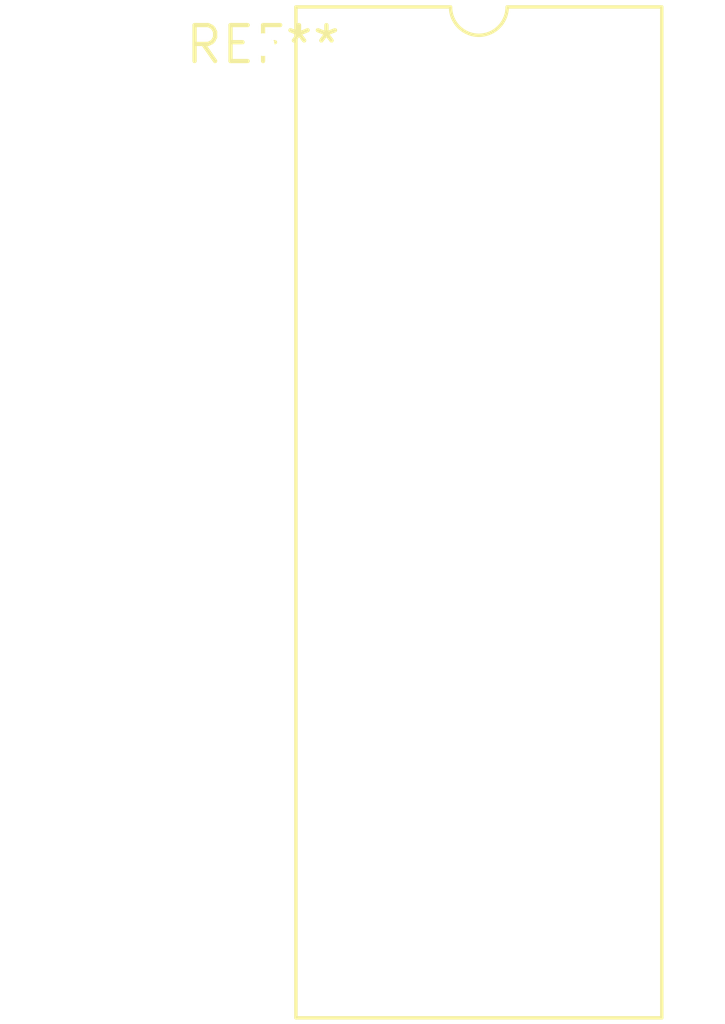
<source format=kicad_pcb>
(kicad_pcb (version 20240108) (generator pcbnew)
  (layers (0 "F.Cu" signal) (31 "B.Cu" signal) (34 "B.Paste" user) (35 "F.Paste" user) (36 "B.SilkS" user "B.Silkscreen") (37 "F.SilkS" user "F.Silkscreen") (38 "B.Mask" user) (39 "F.Mask" user) (44 "Edge.Cuts" user))
  (net 0 "")
  (footprint "DIP-28_W15.24mm" (layer "F.Cu") (at 0 0)
    (property "Reference" "REF**")
    (property "Value" "DIP-28_W15.24mm")
    (fp_line (start 1.16 -1.33) (end 1.16 34.35) (layer "F.SilkS") (stroke (width 0.12)))
    (fp_line (start 1.16 34.35) (end 14.08 34.35) (layer "F.SilkS") (stroke (width 0.12)))
    (fp_line (start 6.62 -1.33) (end 1.16 -1.33) (layer "F.SilkS") (stroke (width 0.12)))
    (fp_line (start 14.08 -1.33) (end 8.62 -1.33) (layer "F.SilkS") (stroke (width 0.12)))
    (fp_line (start 14.08 34.35) (end 14.08 -1.33) (layer "F.SilkS") (stroke (width 0.12)))
    (fp_arc (start 8.62 -1.33) (mid 7.62 -0.33) (end 6.62 -1.33) (layer "F.SilkS") (stroke (width 0.12)))
    (pad "1" thru_hole rect (at 0 0) (size 1.6 1.6) (drill 0.8) (layers *.Cu *.Mask) (remove_unused_layers))
    (pad "2" thru_hole oval (at 0 2.54) (size 1.6 1.6) (drill 0.8) (layers *.Cu *.Mask) (remove_unused_layers))
    (pad "3" thru_hole oval (at 0 5.08) (size 1.6 1.6) (drill 0.8) (layers *.Cu *.Mask) (remove_unused_layers))
    (pad "4" thru_hole oval (at 0 7.62) (size 1.6 1.6) (drill 0.8) (layers *.Cu *.Mask) (remove_unused_layers))
    (pad "5" thru_hole oval (at 0 10.16) (size 1.6 1.6) (drill 0.8) (layers *.Cu *.Mask) (remove_unused_layers))
    (pad "6" thru_hole oval (at 0 12.7) (size 1.6 1.6) (drill 0.8) (layers *.Cu *.Mask) (remove_unused_layers))
    (pad "7" thru_hole oval (at 0 15.24) (size 1.6 1.6) (drill 0.8) (layers *.Cu *.Mask) (remove_unused_layers))
    (pad "8" thru_hole oval (at 0 17.78) (size 1.6 1.6) (drill 0.8) (layers *.Cu *.Mask) (remove_unused_layers))
    (pad "9" thru_hole oval (at 0 20.32) (size 1.6 1.6) (drill 0.8) (layers *.Cu *.Mask) (remove_unused_layers))
    (pad "10" thru_hole oval (at 0 22.86) (size 1.6 1.6) (drill 0.8) (layers *.Cu *.Mask) (remove_unused_layers))
    (pad "11" thru_hole oval (at 0 25.4) (size 1.6 1.6) (drill 0.8) (layers *.Cu *.Mask) (remove_unused_layers))
    (pad "12" thru_hole oval (at 0 27.94) (size 1.6 1.6) (drill 0.8) (layers *.Cu *.Mask) (remove_unused_layers))
    (pad "13" thru_hole oval (at 0 30.48) (size 1.6 1.6) (drill 0.8) (layers *.Cu *.Mask) (remove_unused_layers))
    (pad "14" thru_hole oval (at 0 33.02) (size 1.6 1.6) (drill 0.8) (layers *.Cu *.Mask) (remove_unused_layers))
    (pad "15" thru_hole oval (at 15.24 33.02) (size 1.6 1.6) (drill 0.8) (layers *.Cu *.Mask) (remove_unused_layers))
    (pad "16" thru_hole oval (at 15.24 30.48) (size 1.6 1.6) (drill 0.8) (layers *.Cu *.Mask) (remove_unused_layers))
    (pad "17" thru_hole oval (at 15.24 27.94) (size 1.6 1.6) (drill 0.8) (layers *.Cu *.Mask) (remove_unused_layers))
    (pad "18" thru_hole oval (at 15.24 25.4) (size 1.6 1.6) (drill 0.8) (layers *.Cu *.Mask) (remove_unused_layers))
    (pad "19" thru_hole oval (at 15.24 22.86) (size 1.6 1.6) (drill 0.8) (layers *.Cu *.Mask) (remove_unused_layers))
    (pad "20" thru_hole oval (at 15.24 20.32) (size 1.6 1.6) (drill 0.8) (layers *.Cu *.Mask) (remove_unused_layers))
    (pad "21" thru_hole oval (at 15.24 17.78) (size 1.6 1.6) (drill 0.8) (layers *.Cu *.Mask) (remove_unused_layers))
    (pad "22" thru_hole oval (at 15.24 15.24) (size 1.6 1.6) (drill 0.8) (layers *.Cu *.Mask) (remove_unused_layers))
    (pad "23" thru_hole oval (at 15.24 12.7) (size 1.6 1.6) (drill 0.8) (layers *.Cu *.Mask) (remove_unused_layers))
    (pad "24" thru_hole oval (at 15.24 10.16) (size 1.6 1.6) (drill 0.8) (layers *.Cu *.Mask) (remove_unused_layers))
    (pad "25" thru_hole oval (at 15.24 7.62) (size 1.6 1.6) (drill 0.8) (layers *.Cu *.Mask) (remove_unused_layers))
    (pad "26" thru_hole oval (at 15.24 5.08) (size 1.6 1.6) (drill 0.8) (layers *.Cu *.Mask) (remove_unused_layers))
    (pad "27" thru_hole oval (at 15.24 2.54) (size 1.6 1.6) (drill 0.8) (layers *.Cu *.Mask) (remove_unused_layers))
    (pad "28" thru_hole oval (at 15.24 0) (size 1.6 1.6) (drill 0.8) (layers *.Cu *.Mask) (remove_unused_layers))
  )
)
</source>
